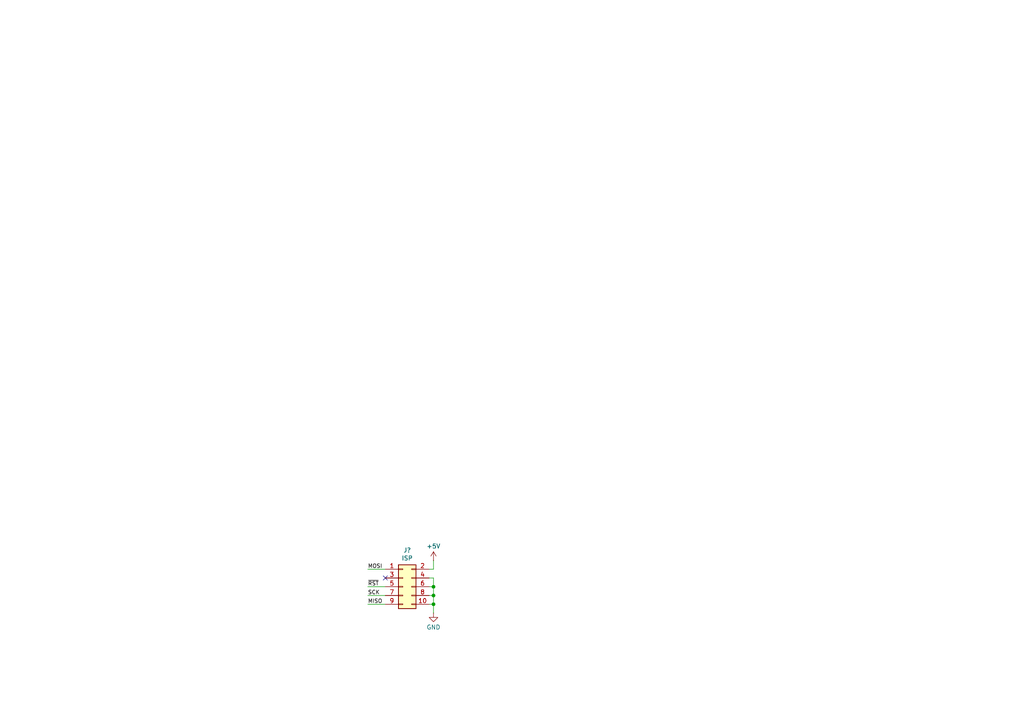
<source format=kicad_sch>
(kicad_sch (version 20250114) (generator "eeschema") (generator_version "9.0")
  (paper "A4")
  (title_block (date "2018-08-19"))
  (lib_symbols
    (symbol "Connector_Generic:Conn_02x05_Odd_Even" (pin_names (offset 1.016) (hide yes))
      (property "Reference" "J" (at 1.27 7.62 0))
      (property "Value" "Conn_02x05_Odd_Even" (at 1.27 -7.62 0))
      (symbol "Conn_02x05_Odd_Even_1_1"
        (rectangle (start -1.27 6.35) (end 3.81 -6.35) (stroke (width 0.254)) (fill (type background)))
        (rectangle (start -1.27 5.207) (end 0 4.953) (stroke (width 0.1524)))
        (rectangle (start -1.27 2.667) (end 0 2.413) (stroke (width 0.1524)))
        (rectangle (start -1.27 0.127) (end 0 -0.127) (stroke (width 0.1524)))
        (rectangle (start -1.27 -2.413) (end 0 -2.667) (stroke (width 0.1524)))
        (rectangle (start -1.27 -4.953) (end 0 -5.207) (stroke (width 0.1524)))
        (rectangle (start 3.81 5.207) (end 2.54 4.953) (stroke (width 0.1524)))
        (rectangle (start 3.81 2.667) (end 2.54 2.413) (stroke (width 0.1524)))
        (rectangle (start 3.81 0.127) (end 2.54 -0.127) (stroke (width 0.1524)))
        (rectangle (start 3.81 -2.413) (end 2.54 -2.667) (stroke (width 0.1524)))
        (rectangle (start 3.81 -4.953) (end 2.54 -5.207) (stroke (width 0.1524)))
        (pin passive line (at -5.08 5.08 0) (length 3.81) (name "Pin_1") (number "1"))
        (pin passive line (at -5.08 2.54 0) (length 3.81) (name "Pin_3") (number "3"))
        (pin passive line (at -5.08 0 0) (length 3.81) (name "Pin_5") (number "5"))
        (pin passive line (at -5.08 -2.54 0) (length 3.81) (name "Pin_7") (number "7"))
        (pin passive line (at -5.08 -5.08 0) (length 3.81) (name "Pin_9") (number "9"))
        (pin passive line (at 7.62 5.08 180) (length 3.81) (name "Pin_2") (number "2"))
        (pin passive line (at 7.62 2.54 180) (length 3.81) (name "Pin_4") (number "4"))
        (pin passive line (at 7.62 0 180) (length 3.81) (name "Pin_6") (number "6"))
        (pin passive line (at 7.62 -2.54 180) (length 3.81) (name "Pin_8") (number "8"))
        (pin passive line (at 7.62 -5.08 180) (length 3.81) (name "Pin_10") (number "10"))
      )
    )
    (symbol "power:+5V" (power) (pin_numbers (hide yes)) (pin_names (offset 0) (hide yes))
      (property "Value" "+5V" (at 0 3.556 0))
      (symbol "+5V_0_1"
        (polyline (pts (xy -0.762 1.27) (xy 0 2.54)))
        (polyline (pts (xy 0 2.54) (xy 0.762 1.27)))
        (polyline (pts (xy 0 0) (xy 0 2.54)))
      )
      (symbol "+5V_1_1"
        (pin power_in line (at 0 0 90) (length 0) (name "~") (number "1"))
      )
    )
    (symbol "power:GND" (power) (pin_numbers (hide yes)) (pin_names (offset 0) (hide yes))
      (property "Value" "GND" (at 0 -3.81 0))
      (symbol "GND_0_1"
        (polyline (pts (xy 0 0) (xy 0 -1.27) (xy 1.27 -1.27) (xy 0 -2.54) (xy -1.27 -1.27) (xy 0 -1.27)))
      )
      (symbol "GND_1_1"
        (pin power_in line (at 0 0 270) (length 0) (name "~") (number "1"))
      )
    )
  )
  (junction (at 125.73 172.72))
  (junction (at 125.73 175.26))
  (junction (at 125.73 170.18))
  (no_connect (at 111.76 167.64))
  (wire (pts (xy 125.73 167.64) (xy 125.73 170.18)))
  (wire (pts (xy 111.76 175.26) (xy 106.68 175.26)))
  (wire (pts (xy 111.76 172.72) (xy 106.68 172.72)))
  (wire (pts (xy 124.46 170.18) (xy 125.73 170.18)))
  (wire (pts (xy 124.46 167.64) (xy 125.73 167.64)))
  (wire (pts (xy 125.73 170.18) (xy 125.73 172.72)))
  (wire (pts (xy 124.46 172.72) (xy 125.73 172.72)))
  (wire (pts (xy 125.73 165.1) (xy 125.73 162.56)))
  (wire (pts (xy 111.76 165.1) (xy 106.68 165.1)))
  (wire (pts (xy 125.73 172.72) (xy 125.73 175.26)))
  (wire (pts (xy 125.73 175.26) (xy 125.73 177.8)))
  (wire (pts (xy 124.46 165.1) (xy 125.73 165.1)))
  (wire (pts (xy 124.46 175.26) (xy 125.73 175.26)))
  (wire (pts (xy 111.76 170.18) (xy 106.68 170.18)))
  (label "SCK" (at 106.68 172.72 0) (effects (font (size 1.1176 1.1176))))
  (label "~{RST}" (at 106.68 170.18 0) (effects (font (size 1.1176 1.1176))))
  (label "MOSI" (at 106.68 165.1 0) (effects (font (size 1.1176 1.1176))))
  (label "MISO" (at 106.68 175.26 0) (effects (font (size 1.1176 1.1176))))
  (symbol (lib_id "Connector_Generic:Conn_02x05_Odd_Even") (at 116.84 170.18 0) (unit 1)
    (property "Reference" "J?" (at 118.11 159.5882 0))
    (property "Value" "ISP" (at 118.11 161.8996 0))
  )
  (symbol (lib_id "power:GND") (at 125.73 177.8 0) (unit 1)
    (property "Reference" "#PWR02" (effects (hide yes)))
    (property "Value" "GND" (at 125.73 181.9331 0))
    (property "Description" "Power symbol creates a global label with name \"GND\" , ground" (effects (hide yes)))
  )
  (symbol (lib_id "power:+5V") (at 125.73 162.56 0) (unit 1)
    (property "Reference" "#PWR01" (effects (hide yes)))
    (property "Value" "+5V" (at 125.73 158.4269 0))
    (property "Description" "Power symbol creates a global label with name \"+5V\"" (effects (hide yes)))
  )
)
</source>
